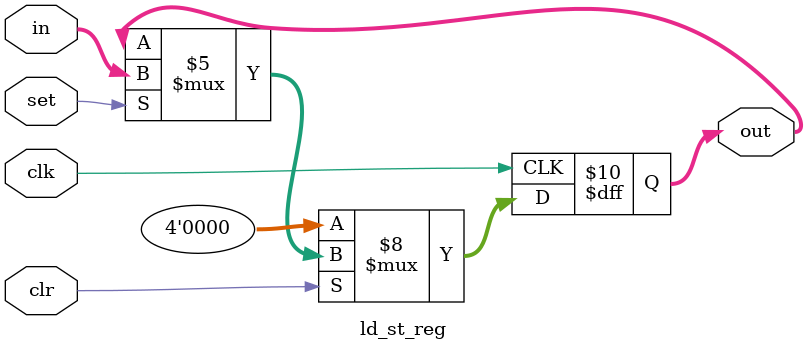
<source format=v>
`timescale 1ns / 1ps
module ld_st_reg(in, set, clr, clk, out);
    parameter n = 4;            //register size in bits
    input [n-1:0] in;           //load input
    input set;                  //set
    input clr;                  //active-low clear
    input clk;                  //clock
    output reg [n-1:0] out;     //output
    
    always@(posedge clk)
    begin
        if(clr == 0)            //clear to 0s
        begin
            out <= 0;
        end
        else if(set == 1)       //load
        begin
            out <= in;
        end
        else             			//store
        begin
            out <= out;
        end
    end
    
endmodule

</source>
